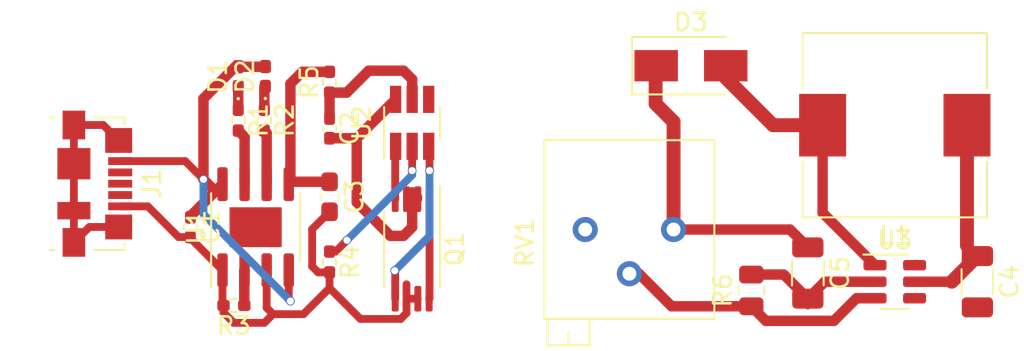
<source format=kicad_pcb>
(kicad_pcb (version 20211014) (generator pcbnew)
  (layers (0 "F.Cu" signal) (31 "B.Cu" signal) (34 "B.Paste" user) (35 "F.Paste" user) (36 "B.SilkS" user "B.Silkscreen") (37 "F.SilkS" user "F.Silkscreen") (38 "B.Mask" user) (39 "F.Mask" user) (44 "Edge.Cuts" user))
  (net 0 "")
  (net 1 "Net-(C1-Pad1)")
  (net 2 "GND")
  (net 3 "Net-(C2-Pad1)")
  (net 4 "B-")
  (net 5 "OUT{slash}B+")
  (net 6 "Net-(C4-Pad1)")
  (net 7 "Net-(C5-Pad1)")
  (net 8 "Net-(D1-Pad1)")
  (net 9 "Net-(D2-Pad1)")
  (net 10 "Net-(D3-Pad2)")
  (net 14 "unconnected-(J1-Pad6)")
  (net 15 "Net-(Q1-Pad1)")
  (net 16 "Net-(Q1-Pad4)")
  (net 17 "Net-(Q1-Pad5)")
  (net 18 "Net-(R1-Pad2)")
  (net 19 "Net-(R2-Pad2)")
  (net 20 "Net-(R3-Pad1)")
  (net 21 "Net-(R4-Pad1)")
  (net 22 "Net-(R6-Pad1)")
  (footprint "Package_SO:TSSOP-8_4.4x3mm_P0.65mm" (layer "F.Cu") (at 87.99 80.875 -90)
    (fp_text reference "Q1" (at 0 -2.45 90) (layer "F.SilkS"))
    (fp_text value "FS8205A")
    (fp_line (start 0 1.61) (end 2.2 1.61) (layer "F.SilkS") (width 0.12))
    (fp_line (start 0 -1.61) (end 2.2 -1.61) (layer "F.SilkS") (width 0.12))
    (fp_line (start 0 1.61) (end -2.2 1.61) (layer "F.SilkS") (width 0.12))
    (fp_line (start 0 -1.61) (end -3.6 -1.61) (layer "F.SilkS") (width 0.12))
    (pad "1" smd roundrect (at -2.8625 -0.975 270) (size 1.475 0.4) (layers "F.Cu" "F.Paste" "F.Mask") (net 15 "Net-(Q1-Pad1)"))
    (pad "2" smd roundrect (at -2.8625 -0.325 270) (size 1.475 0.4) (layers "F.Cu" "F.Paste" "F.Mask") (net 4 "B-"))
    (pad "3" smd roundrect (at -2.8625 0.325 270) (size 1.475 0.4) (layers "F.Cu" "F.Paste" "F.Mask") (net 4 "B-"))
    (pad "4" smd roundrect (at -2.8625 0.975 270) (size 1.475 0.4) (layers "F.Cu" "F.Paste" "F.Mask") (net 16 "Net-(Q1-Pad4)"))
    (pad "5" smd roundrect (at 2.8625 0.975 270) (size 1.475 0.4) (layers "F.Cu" "F.Paste" "F.Mask") (net 17 "Net-(Q1-Pad5)"))
    (pad "6" smd roundrect (at 2.8625 0.325 270) (size 1.475 0.4) (layers "F.Cu" "F.Paste" "F.Mask") (net 2 "GND"))
    (pad "7" smd roundrect (at 2.8625 -0.325 270) (size 1.475 0.4) (layers "F.Cu" "F.Paste" "F.Mask") (net 2 "GND"))
    (pad "8" smd roundrect (at 2.8625 -0.975 270) (size 1.475 0.4) (layers "F.Cu" "F.Paste" "F.Mask") (net 15 "Net-(Q1-Pad1)"))
  )
  (footprint "Package_SO:SOIC-8-1EP_3.9x4.9mm_P1.27mm_EP2.29x3mm" (layer "F.Cu") (at 78.99 79.625 90)
    (fp_text reference "U1" (at 0 -3.4 90) (layer "F.SilkS"))
    (fp_text value "TP4056")
    (fp_line (start 0 -2.56) (end -3.45 -2.56) (layer "F.SilkS") (width 0.12))
    (fp_line (start 0 2.56) (end -1.95 2.56) (layer "F.SilkS") (width 0.12))
    (fp_line (start 0 2.56) (end 1.95 2.56) (layer "F.SilkS") (width 0.12))
    (fp_line (start 0 -2.56) (end 1.95 -2.56) (layer "F.SilkS") (width 0.12))
    (pad "1" smd roundrect (at -2.475 -1.905 90) (size 1.95 0.6) (layers "F.Cu" "F.Paste" "F.Mask") (net 2 "GND"))
    (pad "2" smd roundrect (at -2.475 -0.635 90) (size 1.95 0.6) (layers "F.Cu" "F.Paste" "F.Mask") (net 20 "Net-(R3-Pad1)"))
    (pad "3" smd roundrect (at -2.475 0.635 90) (size 1.95 0.6) (layers "F.Cu" "F.Paste" "F.Mask") (net 2 "GND"))
    (pad "4" smd roundrect (at -2.475 1.905 90) (size 1.95 0.6) (layers "F.Cu" "F.Paste" "F.Mask") (net 1 "Net-(C1-Pad1)"))
    (pad "5" smd roundrect (at 2.475 1.905 90) (size 1.95 0.6) (layers "F.Cu" "F.Paste" "F.Mask") (net 5 "OUT{slash}B+"))
    (pad "6" smd roundrect (at 2.475 0.635 90) (size 1.95 0.6) (layers "F.Cu" "F.Paste" "F.Mask") (net 19 "Net-(R2-Pad2)"))
    (pad "7" smd roundrect (at 2.475 -0.635 90) (size 1.95 0.6) (layers "F.Cu" "F.Paste" "F.Mask") (net 18 "Net-(R1-Pad2)"))
    (pad "8" smd roundrect (at 2.475 -1.905 90) (size 1.95 0.6) (layers "F.Cu" "F.Paste" "F.Mask") (net 1 "Net-(C1-Pad1)"))
    (pad "9" smd rect (at 0 0 90) (size 2.29 3) (layers "F.Cu" "F.Mask"))
  )
  (footprint "Resistor_SMD:R_0402_1005Metric_Pad0.72x0.64mm_HandSolder" (layer "F.Cu") (at 77.74 84.125 180)
    (fp_text reference "R3" (at 0 -1.17) (layer "F.SilkS"))
    (fp_text value "R")
    (fp_line (start -0.167621 0.38) (end 0.167621 0.38) (layer "F.SilkS") (width 0.12))
    (fp_line (start -0.167621 -0.38) (end 0.167621 -0.38) (layer "F.SilkS") (width 0.12))
    (pad "1" smd roundrect (at -0.5975 0 180) (size 0.715 0.64) (layers "F.Cu" "F.Paste" "F.Mask") (net 20 "Net-(R3-Pad1)"))
    (pad "2" smd roundrect (at 0.5975 0 180) (size 0.715 0.64) (layers "F.Cu" "F.Paste" "F.Mask") (net 2 "GND"))
  )
  (footprint "Capacitor_SMD:C_0402_1005Metric_Pad0.74x0.62mm_HandSolder" (layer "F.Cu") (at 83.24 73.9425 -90)
    (fp_text reference "C2" (at 0 -1.16 90) (layer "F.SilkS"))
    (fp_text value "C")
    (fp_line (start -0.115835 -0.36) (end 0.115835 -0.36) (layer "F.SilkS") (width 0.12))
    (fp_line (start -0.115835 0.36) (end 0.115835 0.36) (layer "F.SilkS") (width 0.12))
    (pad "1" smd roundrect (at -0.5675 0 270) (size 0.735 0.62) (layers "F.Cu" "F.Paste" "F.Mask") (net 3 "Net-(C2-Pad1)"))
    (pad "2" smd roundrect (at 0.5675 0 270) (size 0.735 0.62) (layers "F.Cu" "F.Paste" "F.Mask") (net 4 "B-"))
  )
  (footprint "Package_TO_SOT_SMD:SOT-23-6" (layer "F.Cu") (at 115.74 82.76)
    (fp_text reference "U3" (at 0 -2.4) (layer "F.SilkS"))
    (fp_text value "MT3608")
    (fp_line (start 0 1.56) (end -0.8 1.56) (layer "F.SilkS") (width 0.12))
    (fp_line (start 0 -1.56) (end 0.8 -1.56) (layer "F.SilkS") (width 0.12))
    (fp_line (start 0 1.56) (end 0.8 1.56) (layer "F.SilkS") (width 0.12))
    (fp_line (start 0 -1.56) (end -1.8 -1.56) (layer "F.SilkS") (width 0.12))
    (pad "1" smd roundrect (at -1.1375 -0.95) (size 1.325 0.6) (layers "F.Cu" "F.Paste" "F.Mask") (net 10 "Net-(D3-Pad2)"))
    (pad "2" smd roundrect (at -1.1375 0) (size 1.325 0.6) (layers "F.Cu" "F.Paste" "F.Mask") (net 2 "GND"))
    (pad "3" smd roundrect (at -1.1375 0.95) (size 1.325 0.6) (layers "F.Cu" "F.Paste" "F.Mask") (net 22 "Net-(R6-Pad1)"))
    (pad "4" smd roundrect (at 1.1375 0.95) (size 1.325 0.6) (layers "F.Cu" "F.Paste" "F.Mask"))
    (pad "5" smd roundrect (at 1.1375 0) (size 1.325 0.6) (layers "F.Cu" "F.Paste" "F.Mask") (net 6 "Net-(C4-Pad1)"))
    (pad "6" smd roundrect (at 1.1375 -0.95) (size 1.325 0.6) (layers "F.Cu" "F.Paste" "F.Mask"))
  )
  (footprint "Capacitor_SMD:C_1206_3216Metric" (layer "F.Cu") (at 110.74 82.26 -90)
    (fp_text reference "C5" (at 0 -1.85 90) (layer "F.SilkS"))
    (fp_text value "C")
    (fp_line (start -0.711252 -0.91) (end 0.711252 -0.91) (layer "F.SilkS") (width 0.12))
    (fp_line (start -0.711252 0.91) (end 0.711252 0.91) (layer "F.SilkS") (width 0.12))
    (pad "1" smd roundrect (at -1.475 0 270) (size 1.15 1.8) (layers "F.Cu" "F.Paste" "F.Mask") (roundrect_rratio 0.217391) (net 7 "Net-(C5-Pad1)"))
    (pad "2" smd roundrect (at 1.475 0 270) (size 1.15 1.8) (layers "F.Cu" "F.Paste" "F.Mask") (roundrect_rratio 0.217391) (net 2 "GND"))
  )
  (footprint "Resistor_SMD:R_0805_2012Metric" (layer "F.Cu") (at 107.49 83.26 90)
    (fp_text reference "R6" (at 0 -1.65 90) (layer "F.SilkS"))
    (fp_text value "R")
    (fp_line (start -0.227064 -0.735) (end 0.227064 -0.735) (layer "F.SilkS") (width 0.12))
    (fp_line (start -0.227064 0.735) (end 0.227064 0.735) (layer "F.SilkS") (width 0.12))
    (pad "1" smd roundrect (at -0.9125 0 90) (size 1.025 1.4) (layers "F.Cu" "F.Paste" "F.Mask") (roundrect_rratio 0.243902) (net 22 "Net-(R6-Pad1)"))
    (pad "2" smd roundrect (at 0.9125 0 90) (size 1.025 1.4) (layers "F.Cu" "F.Paste" "F.Mask") (roundrect_rratio 0.243902) (net 2 "GND"))
  )
  (footprint "Capacitor_SMD:C_0603_1608Metric_Pad1.08x0.95mm_HandSolder" (layer "F.Cu") (at 83.24 77.875 -90)
    (fp_text reference "C3" (at 0 -1.43 90) (layer "F.SilkS"))
    (fp_text value "C")
    (fp_line (start -0.146267 -0.51) (end 0.146267 -0.51) (layer "F.SilkS") (width 0.12))
    (fp_line (start -0.146267 0.51) (end 0.146267 0.51) (layer "F.SilkS") (width 0.12))
    (pad "1" smd roundrect (at -0.8625 0 270) (size 1.075 0.95) (layers "F.Cu" "F.Paste" "F.Mask") (net 5 "OUT{slash}B+"))
    (pad "2" smd roundrect (at 0.8625 0 270) (size 1.075 0.95) (layers "F.Cu" "F.Paste" "F.Mask") (net 2 "GND"))
  )
  (footprint "Resistor_SMD:R_0402_1005Metric_Pad0.72x0.64mm_HandSolder" (layer "F.Cu") (at 77.99 73.4725 -90)
    (fp_text reference "R1" (at 0 -1.17 90) (layer "F.SilkS"))
    (fp_text value "R")
    (fp_line (start -0.167621 -0.38) (end 0.167621 -0.38) (layer "F.SilkS") (width 0.12))
    (fp_line (start -0.167621 0.38) (end 0.167621 0.38) (layer "F.SilkS") (width 0.12))
    (pad "1" smd roundrect (at -0.5975 0 270) (size 0.715 0.64) (layers "F.Cu" "F.Paste" "F.Mask") (net 8 "Net-(D1-Pad1)"))
    (pad "2" smd roundrect (at 0.5975 0 270) (size 0.715 0.64) (layers "F.Cu" "F.Paste" "F.Mask") (net 18 "Net-(R1-Pad2)"))
  )
  (footprint "Resistor_SMD:R_0402_1005Metric_Pad0.72x0.64mm_HandSolder" (layer "F.Cu") (at 79.49 73.4725 -90)
    (fp_text reference "R2" (at 0 -1.17 90) (layer "F.SilkS"))
    (fp_text value "R")
    (fp_line (start -0.167621 -0.38) (end 0.167621 -0.38) (layer "F.SilkS") (width 0.12))
    (fp_line (start -0.167621 0.38) (end 0.167621 0.38) (layer "F.SilkS") (width 0.12))
    (pad "1" smd roundrect (at -0.5975 0 270) (size 0.715 0.64) (layers "F.Cu" "F.Paste" "F.Mask") (net 9 "Net-(D2-Pad1)"))
    (pad "2" smd roundrect (at 0.5975 0 270) (size 0.715 0.64) (layers "F.Cu" "F.Paste" "F.Mask") (net 19 "Net-(R2-Pad2)"))
  )
  (footprint "LED_SMD:LED_0402_1005Metric_Pad0.77x0.64mm_HandSolder" (layer "F.Cu") (at 79.55 70.96 90)
    (fp_text reference "D2" (at 0 -1.17 90) (layer "F.SilkS"))
    (fp_text value "LED")
    (fp_circle (center -1.265 0) (end -1.215 0) (layer "F.SilkS") (width 0.1) (fill none))
    (pad "1" smd roundrect (at -0.5725 0 90) (size 0.765 0.64) (layers "F.Cu" "F.Paste" "F.Mask") (net 9 "Net-(D2-Pad1)"))
    (pad "2" smd roundrect (at 0.5725 0 90) (size 0.765 0.64) (layers "F.Cu" "F.Paste" "F.Mask") (net 1 "Net-(C1-Pad1)"))
  )
  (footprint "Potentiometer_THT:Potentiometer_Bourns_3296P_Horizontal" (layer "F.Cu") (at 97.94 79.76 90)
    (fp_text reference "RV1" (at -0.76 -3.475 90) (layer "F.SilkS"))
    (fp_text value "R_Potentiometer")
    (fp_line (start -6.655 0.26) (end -5.136 0.26) (layer "F.SilkS") (width 0.12))
    (fp_line (start -5.136 -2.169) (end -5.136 0.26) (layer "F.SilkS") (width 0.12))
    (fp_line (start -5.135 -2.345) (end 5.135 -2.345) (layer "F.SilkS") (width 0.12))
    (fp_line (start -5.135 -2.345) (end -5.135 7.425) (layer "F.SilkS") (width 0.12))
    (fp_line (start -6.655 -2.169) (end -5.136 -2.169) (layer "F.SilkS") (width 0.12))
    (fp_line (start -5.135 7.425) (end 5.135 7.425) (layer "F.SilkS") (width 0.12))
    (fp_line (start -6.655 -2.169) (end -6.655 0.26) (layer "F.SilkS") (width 0.12))
    (fp_line (start 5.135 -2.345) (end 5.135 7.425) (layer "F.SilkS") (width 0.12))
    (fp_line (start -6.655 -0.955) (end -5.896 -0.955) (layer "F.SilkS") (width 0.12))
    (pad "1" thru_hole circle (at 0 0 90) (size 1.44 1.44) (drill 0.8) (layers *.Cu *.Mask))
    (pad "2" thru_hole circle (at -2.54 2.54 90) (size 1.44 1.44) (drill 0.8) (layers *.Cu *.Mask) (net 22 "Net-(R6-Pad1)"))
    (pad "3" thru_hole circle (at 0 5.08 90) (size 1.44 1.44) (drill 0.8) (layers *.Cu *.Mask) (net 7 "Net-(C5-Pad1)"))
  )
  (footprint "Package_TO_SOT_SMD:SOT-23-6_Handsoldering" (layer "F.Cu") (at 87.99 73.625 90)
    (fp_text reference "U2" (at 0 -2.9 90) (layer "F.SilkS"))
    (fp_text value "DW01")
    (fp_line (start -0.9 1.61) (end 0.9 1.61) (layer "F.SilkS") (width 0.12))
    (fp_line (start 0.9 -1.61) (end -2.05 -1.61) (layer "F.SilkS") (width 0.12))
    (pad "1" smd rect (at -1.35 -0.95 90) (size 1.56 0.65) (layers "F.Cu" "F.Paste" "F.Mask") (net 16 "Net-(Q1-Pad4)"))
    (pad "2" smd rect (at -1.35 0 90) (size 1.56 0.65) (layers "F.Cu" "F.Paste" "F.Mask") (net 21 "Net-(R4-Pad1)"))
    (pad "3" smd rect (at -1.35 0.95 90) (size 1.56 0.65) (layers "F.Cu" "F.Paste" "F.Mask") (net 17 "Net-(Q1-Pad5)"))
    (pad "4" smd rect (at 1.35 0.95 90) (size 1.56 0.65) (layers "F.Cu" "F.Paste" "F.Mask"))
    (pad "5" smd rect (at 1.35 0 90) (size 1.56 0.65) (layers "F.Cu" "F.Paste" "F.Mask") (net 3 "Net-(C2-Pad1)"))
    (pad "6" smd rect (at 1.35 -0.95 90) (size 1.56 0.65) (layers "F.Cu" "F.Paste" "F.Mask") (net 4 "B-"))
  )
  (footprint "Capacitor_SMD:C_1206_3216Metric" (layer "F.Cu") (at 120.49 82.76 -90)
    (fp_text reference "C4" (at 0 -1.85 90) (layer "F.SilkS"))
    (fp_text value "C")
    (fp_line (start -0.711252 0.91) (end 0.711252 0.91) (layer "F.SilkS") (width 0.12))
    (fp_line (start -0.711252 -0.91) (end 0.711252 -0.91) (layer "F.SilkS") (width 0.12))
    (pad "1" smd roundrect (at -1.475 0 270) (size 1.15 1.8) (layers "F.Cu" "F.Paste" "F.Mask") (roundrect_rratio 0.217391) (net 6 "Net-(C4-Pad1)"))
    (pad "2" smd roundrect (at 1.475 0 270) (size 1.15 1.8) (layers "F.Cu" "F.Paste" "F.Mask") (roundrect_rratio 0.217391) (net 2 "GND"))
  )
  (footprint "Capacitor_SMD:C_0402_1005Metric_Pad0.74x0.62mm_HandSolder" (layer "F.Cu") (at 75.24 79.625 -90)
    (fp_text reference "C1" (at 0 -1.16 90) (layer "F.SilkS"))
    (fp_text value "C")
    (fp_line (start -0.115835 -0.36) (end 0.115835 -0.36) (layer "F.SilkS") (width 0.12))
    (fp_line (start -0.115835 0.36) (end 0.115835 0.36) (layer "F.SilkS") (width 0.12))
    (pad "1" smd roundrect (at -0.5675 0 270) (size 0.735 0.62) (layers "F.Cu" "F.Paste" "F.Mask") (net 1 "Net-(C1-Pad1)"))
    (pad "2" smd roundrect (at 0.5675 0 270) (size 0.735 0.62) (layers "F.Cu" "F.Paste" "F.Mask") (net 2 "GND"))
  )
  (footprint "Diode_SMD:D_SMA" (layer "F.Cu") (at 104.02 70.34)
    (fp_text reference "D3" (at 0 -2.5) (layer "F.SilkS"))
    (fp_text value "D")
    (fp_line (start -3.4 -1.65) (end -3.4 1.65) (layer "F.SilkS") (width 0.12))
    (fp_line (start -3.4 1.65) (end 2 1.65) (layer "F.SilkS") (width 0.12))
    (fp_line (start -3.4 -1.65) (end 2 -1.65) (layer "F.SilkS") (width 0.12))
    (pad "1" smd rect (at -2 0) (size 2.5 1.8) (layers "F.Cu" "F.Paste" "F.Mask") (net 7 "Net-(C5-Pad1)"))
    (pad "2" smd rect (at 2 0) (size 2.5 1.8) (layers "F.Cu" "F.Paste" "F.Mask") (net 10 "Net-(D3-Pad2)"))
  )
  (footprint "Resistor_SMD:R_0402_1005Metric_Pad0.72x0.64mm_HandSolder" (layer "F.Cu") (at 83.24 71.29 90)
    (fp_text reference "R5" (at 0 -1.17 90) (layer "F.SilkS"))
    (fp_text value "R")
    (fp_line (start -0.167621 -0.38) (end 0.167621 -0.38) (layer "F.SilkS") (width 0.12))
    (fp_line (start -0.167621 0.38) (end 0.167621 0.38) (layer "F.SilkS") (width 0.12))
    (pad "1" smd roundrect (at -0.5975 0 90) (size 0.715 0.64) (layers "F.Cu" "F.Paste" "F.Mask") (net 3 "Net-(C2-Pad1)"))
    (pad "2" smd roundrect (at 0.5975 0 90) (size 0.715 0.64) (layers "F.Cu" "F.Paste" "F.Mask") (net 5 "OUT{slash}B+"))
  )
  (footprint "Resistor_SMD:R_0402_1005Metric_Pad0.72x0.64mm_HandSolder" (layer "F.Cu") (at 83.24 81.625 -90)
    (fp_text reference "R4" (at 0 -1.17 -90) (layer "F.SilkS"))
    (fp_text value "R")
    (fp_line (start -0.167621 -0.38) (end 0.167621 -0.38) (layer "F.SilkS") (width 0.12))
    (fp_line (start -0.167621 0.38) (end 0.167621 0.38) (layer "F.SilkS") (width 0.12))
    (pad "1" smd roundrect (at -0.5975 0 270) (size 0.715 0.64) (layers "F.Cu" "F.Paste" "F.Mask") (net 21 "Net-(R4-Pad1)"))
    (pad "2" smd roundrect (at 0.5975 0 270) (size 0.715 0.64) (layers "F.Cu" "F.Paste" "F.Mask") (net 2 "GND"))
  )
  (footprint "Inductor_SMD:L_10.4x10.4_H4.8" (layer "F.Cu") (at 115.74 73.76 180)
    (fp_text reference "L1" (at 0 -6.35) (layer "F.SilkS"))
    (fp_text value "L")
    (fp_line (start 5.3 -5.3) (end 5.3 -2.1) (layer "F.SilkS") (width 0.12))
    (fp_line (start 5.3 5.3) (end -5.3 5.3) (layer "F.SilkS") (width 0.12))
    (fp_line (start -5.3 -5.3) (end 5.3 -5.3) (layer "F.SilkS") (width 0.12))
    (fp_line (start -5.3 -2.1) (end -5.3 -5.3) (layer "F.SilkS") (width 0.12))
    (fp_line (start -5.3 5.3) (end -5.3 2.1) (layer "F.SilkS") (width 0.12))
    (fp_line (start 5.3 2.1) (end 5.3 5.3) (layer "F.SilkS") (width 0.12))
    (pad "1" smd rect (at -4.15 0 180) (size 2.7 3.6) (layers "F.Cu" "F.Paste" "F.Mask") (net 6 "Net-(C4-Pad1)"))
    (pad "2" smd rect (at 4.15 0 180) (size 2.7 3.6) (layers "F.Cu" "F.Paste" "F.Mask") (net 10 "Net-(D3-Pad2)"))
  )
  (footprint "LED_SMD:LED_0402_1005Metric_Pad0.77x0.64mm_HandSolder" (layer "F.Cu") (at 77.99 70.9725 90)
    (fp_text reference "D1" (at 0 -1.17 90) (layer "F.SilkS"))
    (fp_text value "LED")
    (fp_circle (center -1.265 0) (end -1.215 0) (layer "F.SilkS") (width 0.1) (fill none))
    (pad "1" smd roundrect (at -0.5725 0 90) (size 0.765 0.64) (layers "F.Cu" "F.Paste" "F.Mask") (net 8 "Net-(D1-Pad1)"))
    (pad "2" smd roundrect (at 0.5725 0 90) (size 0.765 0.64) (layers "F.Cu" "F.Paste" "F.Mask") (net 1 "Net-(C1-Pad1)"))
  )
  (footprint "Connector_USB:USB_Micro-B_Molex_47346-0001" (layer "F.Cu") (at 69.74 77.125 -90)
    (fp_text reference "J1" (at 0 -3.3 90) (layer "F.SilkS"))
    (fp_text value "USB_B_Micro")
    (fp_line (start 3.81 -1.71) (end 3.81 0.06) (layer "F.SilkS") (width 0.12))
    (fp_line (start -3.81 0.06) (end -3.81 -1.71) (layer "F.SilkS") (width 0.12))
    (fp_line (start -3.81 2.6) (end -3.81 2.34) (layer "F.SilkS") (width 0.12))
    (fp_line (start 3.81 -1.71) (end 3.43 -1.71) (layer "F.SilkS") (width 0.12))
    (fp_line (start -3.81 -1.71) (end -3.43 -1.71) (layer "F.SilkS") (width 0.12))
    (fp_line (start 3.81 2.34) (end 3.81 2.6) (layer "F.SilkS") (width 0.12))
    (pad "1" smd rect (at -1.3 -1.46 270) (size 0.45 1.38) (layers "F.Cu" "F.Paste" "F.Mask") (net 1 "Net-(C1-Pad1)"))
    (pad "2" smd rect (at -0.65 -1.46 270) (size 0.45 1.38) (layers "F.Cu" "F.Paste" "F.Mask"))
    (pad "3" smd rect (at 0 -1.46 270) (size 0.45 1.38) (layers "F.Cu" "F.Paste" "F.Mask"))
    (pad "4" smd rect (at 0.65 -1.46 270) (size 0.45 1.38) (layers "F.Cu" "F.Paste" "F.Mask"))
    (pad "5" smd rect (at 1.3 -1.46 270) (size 0.45 1.38) (layers "F.Cu" "F.Paste" "F.Mask") (net 2 "GND"))
    (pad "6" smd rect (at 3.375 1.2 270) (size 1.65 1.3) (layers "F.Cu" "F.Paste" "F.Mask") (net 14 "unconnected-(J1-Pad6)"))
    (pad "6" smd rect (at 2.4875 -1.375 270) (size 1.425 1.55) (layers "F.Cu" "F.Paste" "F.Mask") (net 14 "unconnected-(J1-Pad6)"))
    (pad "6" smd rect (at -3.375 1.2 270) (size 1.65 1.3) (layers "F.Cu" "F.Paste" "F.Mask") (net 14 "unconnected-(J1-Pad6)"))
    (pad "6" smd rect (at 1.55 1.2 270) (size 1 1.9) (layers "F.Cu" "F.Paste" "F.Mask") (net 14 "unconnected-(J1-Pad6)"))
    (pad "6" smd rect (at -1.15 1.2 270) (size 1.8 1.9) (layers "F.Cu" "F.Paste" "F.Mask") (net 14 "unconnected-(J1-Pad6)"))
    (pad "6" smd rect (at -2.4875 -1.375 270) (size 1.425 1.55) (layers "F.Cu" "F.Paste" "F.Mask") (net 14 "unconnected-(J1-Pad6)"))
  )
  (segment (start 76.55 77.435) (end 76.8 77.435) (width 0.6) (layer "F.Cu") (net 1))
  (segment (start 77.819798 70.4) (end 75.99 72.229798) (width 0.6) (layer "F.Cu") (net 1))
  (segment (start 75.24 79.0575) (end 75.24 78.995) (width 0.6) (layer "F.Cu") (net 1))
  (segment (start 71.2 75.825) (end 74.94 75.825) (width 0.45) (layer "F.Cu") (net 1))
  (segment (start 77.99 70.4) (end 77.819798 70.4) (width 0.6) (layer "F.Cu") (net 1))
  (segment (start 74.94 75.825) (end 76.55 77.435) (width 0.45) (layer "F.Cu") (net 1))
  (segment (start 75.99 76.875) (end 76.55 77.435) (width 0.6) (layer "F.Cu") (net 1))
  (segment (start 80.895 82.1) (end 80.895 83.78) (width 0.45) (layer "F.Cu") (net 1))
  (segment (start 76.8 77.435) (end 77.085 77.15) (width 0.6) (layer "F.Cu") (net 1))
  (segment (start 77.99 70.4) (end 79.49 70.4) (width 0.6) (layer "F.Cu") (net 1))
  (segment (start 75.99 72.229798) (end 75.99 76.875) (width 0.6) (layer "F.Cu") (net 1))
  (segment (start 75.24 78.995) (end 76.8 77.435) (width 0.6) (layer "F.Cu") (net 1))
  (segment (start 80.895 83.78) (end 80.99 83.875) (width 0.45) (layer "F.Cu") (net 1))
  (via (at 75.99 76.875) (size 0.5) (drill 0.4) (layers "F.Cu" "B.Cu") (net 1))
  (via (at 80.99 83.875) (size 0.5) (drill 0.4) (layers "F.Cu" "B.Cu") (net 1))
  (segment (start 75.99 78.875) (end 75.99 76.875) (width 0.45) (layer "B.Cu") (net 1))
  (segment (start 80.99 83.875) (end 75.99 78.875) (width 0.45) (layer "B.Cu") (net 1))
  (segment (start 82.5875 82.2225) (end 82.24 81.875) (width 0.45) (layer "F.Cu") (net 2))
  (segment (start 83.3375 82.125) (end 83.24 82.2225) (width 0.45) (layer "F.Cu") (net 2))
  (segment (start 77.1425 84.125) (end 77.1425 84.5275) (width 0.45) (layer "F.Cu") (net 2))
  (segment (start 71.2 78.425) (end 72.79 78.425) (width 0.45) (layer "F.Cu") (net 2))
  (segment (start 106.9425 82.3) (end 106.99 82.3475) (width 0.25) (layer "F.Cu") (net 2))
  (segment (start 85.01452 84.89952) (end 83.24 83.125) (width 0.45) (layer "F.Cu") (net 2))
  (segment (start 72.79 78.425) (end 74.5575 80.1925) (width 0.45) (layer "F.Cu") (net 2))
  (segment (start 87.332263 84.89952) (end 85.01452 84.89952) (width 0.45) (layer "F.Cu") (net 2))
  (segment (start 75.24 80.255) (end 77.085 82.1) (width 0.45) (layer "F.Cu") (net 2))
  (segment (start 79.625 84.26) (end 79.625 82.1) (width 0.45) (layer "F.Cu") (net 2))
  (segment (start 82.24 79.7375) (end 83.24 78.7375) (width 0.45) (layer "F.Cu") (net 2))
  (segment (start 83.24 82.2225) (end 82.5875 82.2225) (width 0.45) (layer "F.Cu") (net 2))
  (segment (start 87.665 83.7375) (end 87.665 84.566783) (width 0.45) (layer "F.Cu") (net 2))
  (segment (start 111.715 82.76) (end 114.6025 82.76) (width 0.6) (layer "F.Cu") (net 2))
  (segment (start 77.1425 84.5275) (end 77.74 85.125) (width 0.45) (layer "F.Cu") (net 2))
  (segment (start 77.085 82.1) (end 77.085 84.0675) (width 0.45) (layer "F.Cu") (net 2))
  (segment (start 82.24 81.875) (end 82.24 79.7375) (width 0.45) (layer "F.Cu") (net 2))
  (segment (start 83.24 83.125) (end 81.74 84.625) (width 0.45) (layer "F.Cu") (net 2))
  (segment (start 74.5575 80.1925) (end 75.24 80.1925) (width 0.45) (layer "F.Cu") (net 2))
  (segment (start 75.24 80.1925) (end 75.24 80.255) (width 0.45) (layer "F.Cu") (net 2))
  (segment (start 79.49 85.125) (end 79.99 84.625) (width 0.45) (layer "F.Cu") (net 2))
  (segment (start 81.74 84.625) (end 79.99 84.625) (width 0.45) (layer "F.Cu") (net 2))
  (segment (start 83.24 82.2225) (end 83.24 83.125) (width 0.45) (layer "F.Cu") (net 2))
  (segment (start 107.49 82.3475) (end 109.3525 82.3475) (width 0.6) (layer "F.Cu") (net 2))
  (segment (start 110.6775 84.1725) (end 110.74 84.235) (width 0.25) (layer "F.Cu") (net 2))
  (segment (start 88.315 83.7375) (end 87.665 83.7375) (width 0.45) (layer "F.Cu") (net 2))
  (segment (start 87.665 83.7375) (end 87.665 82.908217) (width 0.45) (layer "F.Cu") (net 2))
  (segment (start 109.3525 82.3475) (end 110.74 83.735) (width 0.6) (layer "F.Cu") (net 2))
  (segment (start 87.665 84.566783) (end 87.332263 84.89952) (width 0.45) (layer "F.Cu") (net 2))
  (segment (start 77.085 84.0675) (end 77.1425 84.125) (width 0.45) (layer "F.Cu") (net 2))
  (segment (start 77.74 85.125) (end 79.49 85.125) (width 0.45) (layer "F.Cu") (net 2))
  (segment (start 79.99 84.625) (end 79.625 84.26) (width 0.45) (layer "F.Cu") (net 2))
  (segment (start 110.74 83.735) (end 111.715 82.76) (width 0.6) (layer "F.Cu") (net 2))
  (segment (start 85.49 70.625) (end 87.494022 70.625) (width 0.6) (layer "F.Cu") (net 3))
  (segment (start 87.99 71.120978) (end 87.99 72.275) (width 0.6) (layer "F.Cu") (net 3))
  (segment (start 87.494022 70.625) (end 87.99 71.120978) (width 0.6) (layer "F.Cu") (net 3))
  (segment (start 84.2275 71.8875) (end 85.49 70.625) (width 0.6) (layer "F.Cu") (net 3))
  (segment (start 83.24 71.8875) (end 84.2275 71.8875) (width 0.6) (layer "F.Cu") (net 3))
  (segment (start 83.24 73.375) (end 83.24 71.8875) (width 0.6) (layer "F.Cu") (net 3))
  (segment (start 84.805 78.19) (end 86.74 80.125) (width 0.6) (layer "F.Cu") (net 4))
  (segment (start 83.24 74.51) (end 84.805 74.51) (width 0.6) (layer "F.Cu") (net 4))
  (segment (start 87.99 77.625) (end 88.26548 77.90048) (width 0.6) (layer "F.Cu") (net 4))
  (segment (start 86.74 80.125) (end 87.49 80.125) (width 0.6) (layer "F.Cu") (net 4))
  (segment (start 84.805 74.51) (end 84.805 78.19) (width 0.6) (layer "F.Cu") (net 4))
  (segment (start 84.805 74.51) (end 87.04 72.275) (width 0.6) (layer "F.Cu") (net 4))
  (segment (start 87.49 80.125) (end 87.99 79.625) (width 0.6) (layer "F.Cu") (net 4))
  (segment (start 87.99 79.625) (end 87.99 77.625) (width 0.6) (layer "F.Cu") (net 4))
  (segment (start 88.26548 77.90048) (end 88.26548 78.0125) (width 0.6) (layer "F.Cu") (net 4))
  (segment (start 80.895 77.15) (end 80.99 77.055) (width 0.6) (layer "F.Cu") (net 5))
  (segment (start 80.99 71.375) (end 81.6725 70.6925) (width 0.6) (layer "F.Cu") (net 5))
  (segment (start 80.99 77.055) (end 80.99 71.375) (width 0.6) (layer "F.Cu") (net 5))
  (segment (start 81.0325 77.0125) (end 80.895 77.15) (width 0.6) (layer "F.Cu") (net 5))
  (segment (start 83.24 77.0125) (end 81.0325 77.0125) (width 0.6) (layer "F.Cu") (net 5))
  (segment (start 81.6725 70.6925) (end 83.24 70.6925) (width 0.6) (layer "F.Cu") (net 5))
  (segment (start 119.89 80.685) (end 119.89 73.76) (width 0.8) (layer "F.Cu") (net 6))
  (segment (start 120.49 81.285) (end 119.89 80.685) (width 0.25) (layer "F.Cu") (net 6))
  (segment (start 116.8775 82.76) (end 119.015 82.76) (width 0.6) (layer "F.Cu") (net 6))
  (segment (start 119.015 82.76) (end 120.49 81.285) (width 0.8) (layer "F.Cu") (net 6))
  (segment (start 103.02 73.565) (end 101.99 72.535) (width 0.8) (layer "F.Cu") (net 7))
  (segment (start 110.74 80.785) (end 109.715 79.76) (width 0.6) (layer "F.Cu") (net 7))
  (segment (start 103.02 79.76) (end 103.02 73.565) (width 0.8) (layer "F.Cu") (net 7))
  (segment (start 101.99 71.01) (end 101.99 72.535) (width 0.8) (layer "F.Cu") (net 7))
  (segment (start 109.715 79.76) (end 103.02 79.76) (width 0.6) (layer "F.Cu") (net 7))
  (segment (start 77.99 72.875) (end 77.99 71.545) (width 0.6) (layer "F.Cu") (net 8))
  (segment (start 79.49 72.875) (end 79.49 71.545) (width 0.6) (layer "F.Cu") (net 9))
  (segment (start 108.74 73.76) (end 105.99 71.01) (width 0.8) (layer "F.Cu") (net 10))
  (segment (start 111.59 73.76) (end 108.74 73.76) (width 0.8) (layer "F.Cu") (net 10))
  (segment (start 111.59 78.7975) (end 111.59 73.76) (width 0.6) (layer "F.Cu") (net 10))
  (segment (start 114.6025 81.81) (end 111.59 78.7975) (width 0.6) (layer "F.Cu") (net 10))
  (segment (start 68.54 73.75) (end 70.2275 73.75) (width 0.45) (layer "F.Cu") (net 14))
  (segment (start 71.115 79.6125) (end 69.4275 79.6125) (width 0.45) (layer "F.Cu") (net 14))
  (segment (start 68.54 80.5) (end 68.54 78.675) (width 0.45) (layer "F.Cu") (net 14))
  (segment (start 68.54 75.975) (end 68.54 73.75) (width 0.45) (layer "F.Cu") (net 14))
  (segment (start 69.4275 79.6125) (end 68.54 80.5) (width 0.45) (layer "F.Cu") (net 14))
  (segment (start 68.54 78.675) (end 68.54 75.975) (width 0.45) (layer "F.Cu") (net 14))
  (segment (start 70.2275 73.75) (end 71.115 74.6375) (width 0.45) (layer "F.Cu") (net 14))
  (segment (start 88.965 83.7375) (end 88.99 83.7125) (width 0.45) (layer "F.Cu") (net 15))
  (segment (start 88.99 83.7125) (end 88.99 78.0125) (width 0.45) (layer "F.Cu") (net 15))
  (segment (start 87.015 78.0125) (end 87.015 75) (width 0.45) (layer "F.Cu") (net 16))
  (segment (start 87.015 75) (end 87.04 74.975) (width 0.45) (layer "F.Cu") (net 16))
  (segment (start 87.015 83.7375) (end 87.015 82.15) (width 0.45) (layer "F.Cu") (net 17))
  (segment (start 87.015 82.15) (end 86.99 82.125) (width 0.45) (layer "F.Cu") (net 17))
  (segment (start 88.99 76.375) (end 88.99 75.025) (width 0.45) (layer "F.Cu") (net 17))
  (segment (start 88.99 75.025) (end 88.94 74.975) (width 0.45) (layer "F.Cu") (net 17))
  (via (at 86.99 82.125) (size 0.5) (drill 0.4) (layers "F.Cu" "B.Cu") (net 17))
  (via (at 88.99 76.375) (size 0.5) (drill 0.4) (layers "F.Cu" "B.Cu") (net 17))
  (segment (start 88.99 80.125) (end 88.99 76.375) (width 0.45) (layer "B.Cu") (net 17))
  (segment (start 86.99 82.125) (end 88.99 80.125) (width 0.45) (layer "B.Cu") (net 17))
  (segment (start 78.355 77.15) (end 78.355 74.435) (width 0.6) (layer "F.Cu") (net 18))
  (segment (start 78.355 74.435) (end 77.99 74.07) (width 0.6) (layer "F.Cu") (net 18))
  (segment (start 79.625 77.15) (end 79.625 74.205) (width 0.6) (layer "F.Cu") (net 19))
  (segment (start 79.625 74.205) (end 79.49 74.07) (width 0.6) (layer "F.Cu") (net 19))
  (segment (start 78.3375 82.1175) (end 78.355 82.1) (width 0.6) (layer "F.Cu") (net 20))
  (segment (start 78.3375 84.125) (end 78.3375 82.1175) (width 0.6) (layer "F.Cu") (net 20))
  (segment (start 83.5875 81.0275) (end 84.24 80.375) (width 0.45) (layer "F.Cu") (net 21))
  (segment (start 87.99 76.375) (end 87.99 74.975) (width 0.45) (layer "F.Cu") (net 21))
  (segment (start 83.24 81.0275) (end 83.5875 81.0275) (width 0.45) (layer "F.Cu") (net 21))
  (via (at 87.99 76.375) (size 0.5) (drill 0.4) (layers "F.Cu" "B.Cu") (net 21))
  (via (at 84.24 80.375) (size 0.5) (drill 0.4) (layers "F.Cu" "B.Cu") (net 21))
  (segment (start 87.99 76.625) (end 87.99 76.375) (width 0.45) (layer "B.Cu") (net 21))
  (segment (start 84.24 80.375) (end 87.99 76.625) (width 0.45) (layer "B.Cu") (net 21))
  (segment (start 112.24 85.01) (end 108.3275 85.01) (width 0.6) (layer "F.Cu") (net 22))
  (segment (start 107.49 84.1725) (end 102.9025 84.1725) (width 0.6) (layer "F.Cu") (net 22))
  (segment (start 102.9025 84.1725) (end 101.03 82.3) (width 0.6) (layer "F.Cu") (net 22))
  (segment (start 114.6025 83.71) (end 113.54 83.71) (width 0.6) (layer "F.Cu") (net 22))
  (segment (start 108.3275 85.01) (end 107.49 84.1725) (width 0.6) (layer "F.Cu") (net 22))
  (segment (start 113.54 83.71) (end 112.24 85.01) (width 0.6) (layer "F.Cu") (net 22))
  (segment (start 101.03 82.3) (end 100.48 82.3) (width 0.6) (layer "F.Cu") (net 22))
)
</source>
